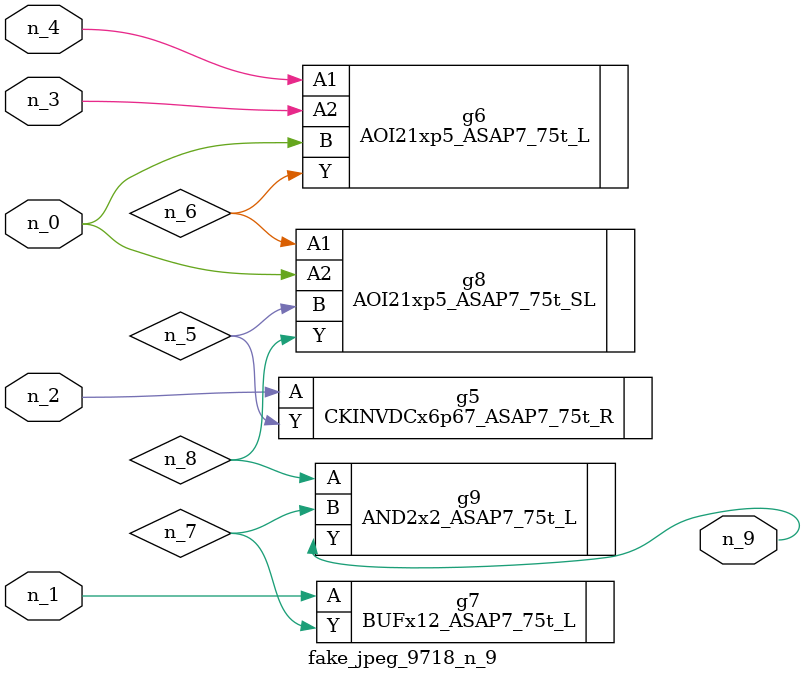
<source format=v>
module fake_jpeg_9718_n_9 (n_3, n_2, n_1, n_0, n_4, n_9);

input n_3;
input n_2;
input n_1;
input n_0;
input n_4;

output n_9;

wire n_8;
wire n_6;
wire n_5;
wire n_7;

CKINVDCx6p67_ASAP7_75t_R g5 ( 
.A(n_2),
.Y(n_5)
);

AOI21xp5_ASAP7_75t_L g6 ( 
.A1(n_4),
.A2(n_3),
.B(n_0),
.Y(n_6)
);

BUFx12_ASAP7_75t_L g7 ( 
.A(n_1),
.Y(n_7)
);

AOI21xp5_ASAP7_75t_SL g8 ( 
.A1(n_6),
.A2(n_0),
.B(n_5),
.Y(n_8)
);

AND2x2_ASAP7_75t_L g9 ( 
.A(n_8),
.B(n_7),
.Y(n_9)
);


endmodule
</source>
